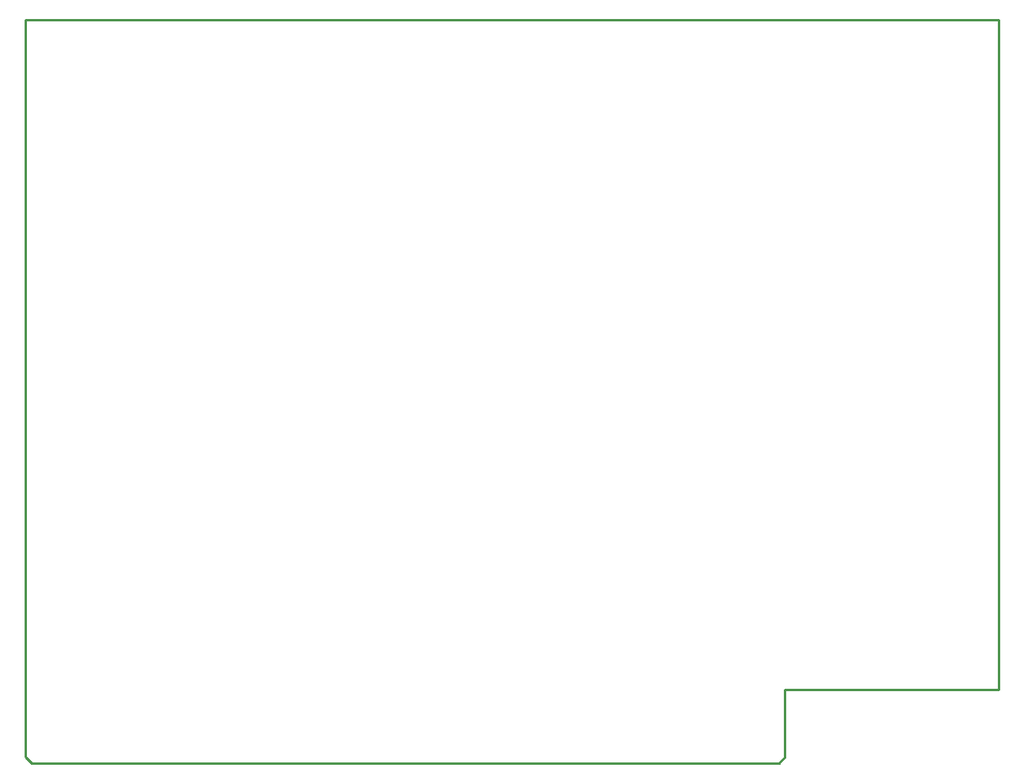
<source format=gbr>
G04 EAGLE Gerber RS-274X export*
G75*
%MOMM*%
%FSLAX34Y34*%
%LPD*%
%IN*%
%IPPOS*%
%AMOC8*
5,1,8,0,0,1.08239X$1,22.5*%
G01*
%ADD10C,0.254000*%


D10*
X794Y12700D02*
X795Y11113D01*
X7144Y4763D01*
X805656Y4763D01*
X812006Y11113D01*
X812006Y83344D01*
X1040481Y83344D01*
X1040482Y800000D01*
X794Y800000D01*
X794Y12700D01*
M02*

</source>
